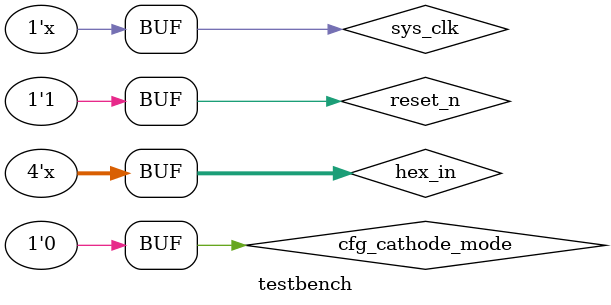
<source format=v>

module testbench;
   
   wire [6:0]seg_out;
   reg sys_clk,cfg_cathode_mode,reset_n;
   reg [3:0]hex_in;
seg_display disp(sys_clk,cfg_cathode_mode,hex_in,reset_n,seg_out);
initial
 begin
 $dumpfile ("tb_seg_display.vcd");
$dumpvars(0,testbench);
$monitor(sys_clk,cfg_cathode_mode,hex_in,reset_n,seg_out);
 cfg_cathode_mode = 0;
 reset_n= 1;
 hex_in = 4'h0;
 sys_clk = 0;
 end   
always #5 sys_clk = ~sys_clk;

always
#10 hex_in  = hex_in + 4'h1;  





  
endmodule

     

</source>
